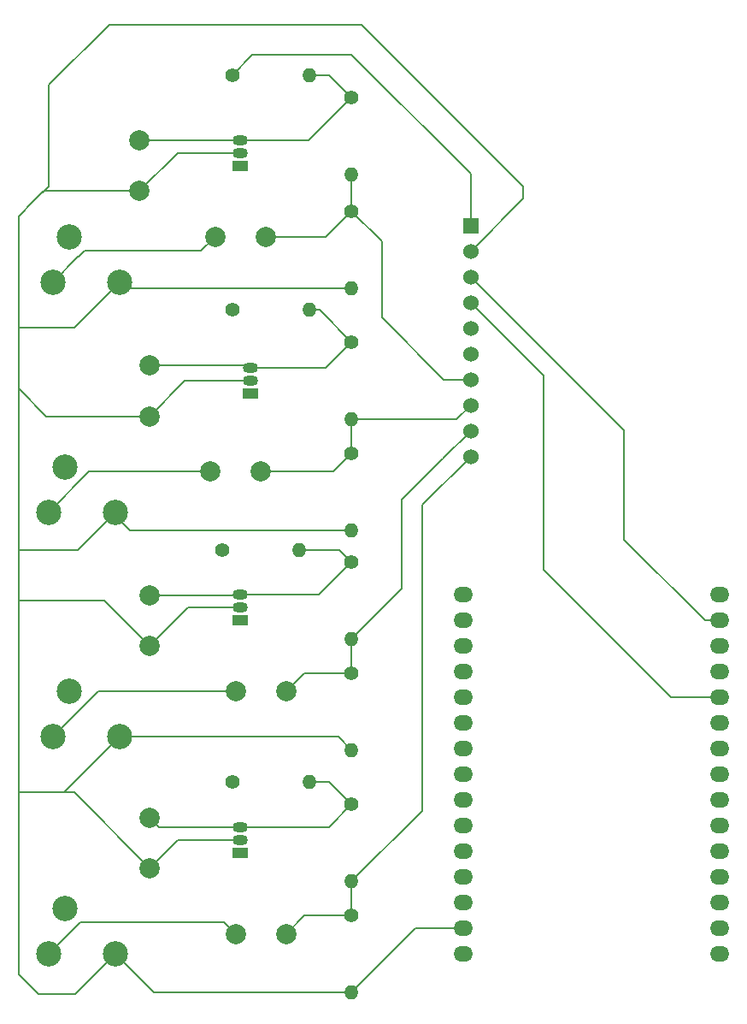
<source format=gtl>
%TF.GenerationSoftware,KiCad,Pcbnew,8.0.2*%
%TF.CreationDate,2025-12-22T10:01:20-05:00*%
%TF.ProjectId,ct4,6374342e-6b69-4636-9164-5f7063625858,rev?*%
%TF.SameCoordinates,Original*%
%TF.FileFunction,Copper,L1,Top*%
%TF.FilePolarity,Positive*%
%FSLAX46Y46*%
G04 Gerber Fmt 4.6, Leading zero omitted, Abs format (unit mm)*
G04 Created by KiCad (PCBNEW 8.0.2) date 2025-12-22 10:01:20*
%MOMM*%
%LPD*%
G01*
G04 APERTURE LIST*
%TA.AperFunction,ComponentPad*%
%ADD10C,2.500000*%
%TD*%
%TA.AperFunction,ComponentPad*%
%ADD11C,1.400000*%
%TD*%
%TA.AperFunction,ComponentPad*%
%ADD12O,1.400000X1.400000*%
%TD*%
%TA.AperFunction,ComponentPad*%
%ADD13O,1.900000X1.524000*%
%TD*%
%TA.AperFunction,ComponentPad*%
%ADD14R,1.500000X1.050000*%
%TD*%
%TA.AperFunction,ComponentPad*%
%ADD15O,1.500000X1.050000*%
%TD*%
%TA.AperFunction,ComponentPad*%
%ADD16C,2.000000*%
%TD*%
%TA.AperFunction,ComponentPad*%
%ADD17R,1.524000X1.524000*%
%TD*%
%TA.AperFunction,ComponentPad*%
%ADD18C,1.524000*%
%TD*%
%TA.AperFunction,Conductor*%
%ADD19C,0.127000*%
%TD*%
G04 APERTURE END LIST*
D10*
%TO.P,J4,R*%
%TO.N,unconnected-(J4-PadR)*%
X34990000Y-101020000D03*
%TO.P,J4,S*%
%TO.N,Net-(C8-Pad1)*%
X33390000Y-105520000D03*
%TO.P,J4,T*%
%TO.N,Net-(U1-K)*%
X39990000Y-105520000D03*
%TD*%
%TO.P,J3,R*%
%TO.N,unconnected-(J3-PadR)*%
X34600000Y-123770000D03*
%TO.P,J3,S*%
%TO.N,Net-(C6-Pad1)*%
X33000000Y-128270000D03*
%TO.P,J3,T*%
%TO.N,Net-(U1-K)*%
X39600000Y-128270000D03*
%TD*%
D11*
%TO.P,R1,1*%
%TO.N,Net-(U2-Pin_10)*%
X63000000Y-168190000D03*
D12*
%TO.P,R1,2*%
%TO.N,Net-(U1-K)*%
X63000000Y-175810000D03*
%TD*%
D13*
%TO.P,U4,1,VIN*%
%TO.N,unconnected-(U4-VIN-Pad1)*%
X74072460Y-172019813D03*
%TO.P,U4,2,GND*%
%TO.N,Net-(U1-K)*%
X74072460Y-169479813D03*
%TO.P,U4,3,GPIO13*%
%TO.N,unconnected-(U4-GPIO13-Pad3)*%
X74072460Y-166939813D03*
%TO.P,U4,4,GPIO12*%
%TO.N,unconnected-(U4-GPIO12-Pad4)*%
X74072460Y-164399813D03*
%TO.P,U4,5,GPIO14*%
%TO.N,unconnected-(U4-GPIO14-Pad5)*%
X74072460Y-161859813D03*
%TO.P,U4,6,GPIO27*%
%TO.N,unconnected-(U4-GPIO27-Pad6)*%
X74072460Y-159319813D03*
%TO.P,U4,7,GPIO26*%
%TO.N,unconnected-(U4-GPIO26-Pad7)*%
X74072460Y-156779813D03*
%TO.P,U4,8,GPIO25*%
%TO.N,unconnected-(U4-GPIO25-Pad8)*%
X74072460Y-154239813D03*
%TO.P,U4,9,GPIO33*%
%TO.N,unconnected-(U4-GPIO33-Pad9)*%
X74072460Y-151699813D03*
%TO.P,U4,10,GPIO32*%
%TO.N,unconnected-(U4-GPIO32-Pad10)*%
X74072460Y-149159813D03*
%TO.P,U4,11,GPIO35*%
%TO.N,unconnected-(U4-GPIO35-Pad11)*%
X74072460Y-146619813D03*
%TO.P,U4,12,GPIO34*%
%TO.N,unconnected-(U4-GPIO34-Pad12)*%
X74072460Y-144079813D03*
%TO.P,U4,13,GPIO39*%
%TO.N,unconnected-(U4-GPIO39-Pad13)*%
X74072460Y-141539813D03*
%TO.P,U4,14,GPIO36*%
%TO.N,unconnected-(U4-GPIO36-Pad14)*%
X74072460Y-138999813D03*
%TO.P,U4,15,EN*%
%TO.N,unconnected-(U4-EN-Pad15)*%
X74072460Y-136459813D03*
%TO.P,U4,16,3.3v*%
%TO.N,Net-(U2-Pin_1)*%
X99472460Y-172019813D03*
%TO.P,U4,17,GND*%
%TO.N,unconnected-(U4-GND-Pad17)*%
X99472460Y-169479813D03*
%TO.P,U4,18,GPIO15*%
%TO.N,unconnected-(U4-GPIO15-Pad18)*%
X99472460Y-166939813D03*
%TO.P,U4,19,GPIO2*%
%TO.N,unconnected-(U4-GPIO2-Pad19)*%
X99472460Y-164399813D03*
%TO.P,U4,20,GPIO4*%
%TO.N,unconnected-(U4-GPIO4-Pad20)*%
X99472460Y-161859813D03*
%TO.P,U4,21,GPIO16*%
%TO.N,unconnected-(U4-GPIO16-Pad21)*%
X99472460Y-159319813D03*
%TO.P,U4,22,GPIO17*%
%TO.N,unconnected-(U4-GPIO17-Pad22)*%
X99472460Y-156779813D03*
%TO.P,U4,23,GPIO5*%
%TO.N,unconnected-(U4-GPIO5-Pad23)*%
X99472460Y-154239813D03*
%TO.P,U4,24,GPIO18*%
%TO.N,unconnected-(U4-GPIO18-Pad24)*%
X99472460Y-151699813D03*
%TO.P,U4,25,GPIO19*%
%TO.N,unconnected-(U4-GPIO19-Pad25)*%
X99472460Y-149159813D03*
%TO.P,U4,26,SDA_GPIO21*%
%TO.N,Net-(U2-Pin_4)*%
X99472460Y-146619813D03*
%TO.P,U4,27,GPIO3*%
%TO.N,unconnected-(U4-GPIO3-Pad27)*%
X99472460Y-144079813D03*
%TO.P,U4,28,GPIO1*%
%TO.N,unconnected-(U4-GPIO1-Pad28)*%
X99472460Y-141539813D03*
%TO.P,U4,29,SCL_GPIO22*%
%TO.N,Net-(U2-Pin_3)*%
X99472460Y-138999813D03*
%TO.P,U4,30,GPIO23*%
%TO.N,unconnected-(U4-GPIO23-Pad30)*%
X99472460Y-136459813D03*
%TD*%
D14*
%TO.P,U1,1*%
%TO.N,N/C*%
X52000000Y-139000000D03*
D15*
%TO.P,U1,2,K*%
%TO.N,Net-(U1-K)*%
X52000000Y-137730000D03*
%TO.P,U1,3,A*%
%TO.N,Net-(U1-A)*%
X52000000Y-136460000D03*
%TD*%
D16*
%TO.P,C2,1*%
%TO.N,Net-(U1-K)*%
X43000000Y-163500000D03*
%TO.P,C2,2*%
%TO.N,Net-(U3-A)*%
X43000000Y-158500000D03*
%TD*%
%TO.P,C8,1*%
%TO.N,Net-(C8-Pad1)*%
X49500000Y-101000000D03*
%TO.P,C8,2*%
%TO.N,Net-(U2-Pin_7)*%
X54500000Y-101000000D03*
%TD*%
D11*
%TO.P,R8,1*%
%TO.N,Net-(U5-A)*%
X63000000Y-111460000D03*
D12*
%TO.P,R8,2*%
%TO.N,Net-(U2-Pin_8)*%
X63000000Y-119080000D03*
%TD*%
D14*
%TO.P,U3,1*%
%TO.N,N/C*%
X52000000Y-162000000D03*
D15*
%TO.P,U3,2,K*%
%TO.N,Net-(U1-K)*%
X52000000Y-160730000D03*
%TO.P,U3,3,A*%
%TO.N,Net-(U3-A)*%
X52000000Y-159460000D03*
%TD*%
D16*
%TO.P,C4,1*%
%TO.N,Net-(C4-Pad1)*%
X51500000Y-146000000D03*
%TO.P,C4,2*%
%TO.N,Net-(U2-Pin_9)*%
X56500000Y-146000000D03*
%TD*%
D11*
%TO.P,R12,1*%
%TO.N,Net-(U2-Pin_7)*%
X63000000Y-98460000D03*
D12*
%TO.P,R12,2*%
%TO.N,Net-(U1-K)*%
X63000000Y-106080000D03*
%TD*%
D17*
%TO.P,U2,1,Pin_1*%
%TO.N,Net-(U2-Pin_1)*%
X74800000Y-99900000D03*
D18*
%TO.P,U2,2,Pin_2*%
%TO.N,Net-(U1-K)*%
X74800000Y-102440000D03*
%TO.P,U2,3,Pin_3*%
%TO.N,Net-(U2-Pin_3)*%
X74800000Y-104980000D03*
%TO.P,U2,4,Pin_4*%
%TO.N,Net-(U2-Pin_4)*%
X74800000Y-107520000D03*
%TO.P,U2,5,Pin_5*%
%TO.N,unconnected-(U2-Pin_5-Pad5)*%
X74800000Y-110060000D03*
%TO.P,U2,6,Pin_6*%
%TO.N,unconnected-(U2-Pin_6-Pad6)*%
X74800000Y-112600000D03*
%TO.P,U2,7,Pin_7*%
%TO.N,Net-(U2-Pin_7)*%
X74800000Y-115140000D03*
%TO.P,U2,8,Pin_8*%
%TO.N,Net-(U2-Pin_8)*%
X74800000Y-117680000D03*
%TO.P,U2,9,Pin_9*%
%TO.N,Net-(U2-Pin_9)*%
X74800000Y-120220000D03*
%TO.P,U2,10,Pin_10*%
%TO.N,Net-(U2-Pin_10)*%
X74800000Y-122760000D03*
%TD*%
D11*
%TO.P,R5,1*%
%TO.N,Net-(U1-A)*%
X63000000Y-133190000D03*
D12*
%TO.P,R5,2*%
%TO.N,Net-(U2-Pin_9)*%
X63000000Y-140810000D03*
%TD*%
D11*
%TO.P,R10,1*%
%TO.N,Net-(U2-Pin_1)*%
X51190000Y-85000000D03*
D12*
%TO.P,R10,2*%
%TO.N,Net-(U6-A)*%
X58810000Y-85000000D03*
%TD*%
D14*
%TO.P,U5,1*%
%TO.N,N/C*%
X53000000Y-116540000D03*
D15*
%TO.P,U5,2,K*%
%TO.N,Net-(U1-K)*%
X53000000Y-115270000D03*
%TO.P,U5,3,A*%
%TO.N,Net-(U5-A)*%
X53000000Y-114000000D03*
%TD*%
D11*
%TO.P,R3,1*%
%TO.N,Net-(U2-Pin_1)*%
X51190000Y-155000000D03*
D12*
%TO.P,R3,2*%
%TO.N,Net-(U3-A)*%
X58810000Y-155000000D03*
%TD*%
D11*
%TO.P,R4,1*%
%TO.N,Net-(U2-Pin_1)*%
X50190000Y-132000000D03*
D12*
%TO.P,R4,2*%
%TO.N,Net-(U1-A)*%
X57810000Y-132000000D03*
%TD*%
D14*
%TO.P,U6,1*%
%TO.N,N/C*%
X52000000Y-94000000D03*
D15*
%TO.P,U6,2,K*%
%TO.N,Net-(U1-K)*%
X52000000Y-92730000D03*
%TO.P,U6,3,A*%
%TO.N,Net-(U6-A)*%
X52000000Y-91460000D03*
%TD*%
D11*
%TO.P,R7,1*%
%TO.N,Net-(U2-Pin_1)*%
X51190000Y-108270000D03*
D12*
%TO.P,R7,2*%
%TO.N,Net-(U5-A)*%
X58810000Y-108270000D03*
%TD*%
D10*
%TO.P,J2,R*%
%TO.N,unconnected-(J2-PadR)*%
X35000000Y-146000000D03*
%TO.P,J2,S*%
%TO.N,Net-(C4-Pad1)*%
X33400000Y-150500000D03*
%TO.P,J2,T*%
%TO.N,Net-(U1-K)*%
X40000000Y-150500000D03*
%TD*%
D11*
%TO.P,R6,1*%
%TO.N,Net-(U2-Pin_9)*%
X63000000Y-144190000D03*
D12*
%TO.P,R6,2*%
%TO.N,Net-(U1-K)*%
X63000000Y-151810000D03*
%TD*%
D16*
%TO.P,C6,1*%
%TO.N,Net-(C6-Pad1)*%
X49000000Y-124270000D03*
%TO.P,C6,2*%
%TO.N,Net-(U2-Pin_8)*%
X54000000Y-124270000D03*
%TD*%
D11*
%TO.P,R11,1*%
%TO.N,Net-(U6-A)*%
X63000000Y-87190000D03*
D12*
%TO.P,R11,2*%
%TO.N,Net-(U2-Pin_7)*%
X63000000Y-94810000D03*
%TD*%
D16*
%TO.P,C7,1*%
%TO.N,Net-(U1-K)*%
X42000000Y-96500000D03*
%TO.P,C7,2*%
%TO.N,Net-(U6-A)*%
X42000000Y-91500000D03*
%TD*%
%TO.P,C5,1*%
%TO.N,Net-(U1-K)*%
X43000000Y-118770000D03*
%TO.P,C5,2*%
%TO.N,Net-(U5-A)*%
X43000000Y-113770000D03*
%TD*%
D10*
%TO.P,J1,R*%
%TO.N,unconnected-(J1-PadR)*%
X34600000Y-167500000D03*
%TO.P,J1,S*%
%TO.N,Net-(C1-Pad1)*%
X33000000Y-172000000D03*
%TO.P,J1,T*%
%TO.N,Net-(U1-K)*%
X39600000Y-172000000D03*
%TD*%
D11*
%TO.P,R2,1*%
%TO.N,Net-(U3-A)*%
X63000000Y-157190000D03*
D12*
%TO.P,R2,2*%
%TO.N,Net-(U2-Pin_10)*%
X63000000Y-164810000D03*
%TD*%
D11*
%TO.P,R9,1*%
%TO.N,Net-(U2-Pin_8)*%
X63000000Y-122460000D03*
D12*
%TO.P,R9,2*%
%TO.N,Net-(U1-K)*%
X63000000Y-130080000D03*
%TD*%
D16*
%TO.P,C1,1*%
%TO.N,Net-(C1-Pad1)*%
X51500000Y-170000000D03*
%TO.P,C1,2*%
%TO.N,Net-(U2-Pin_10)*%
X56500000Y-170000000D03*
%TD*%
%TO.P,C3,1*%
%TO.N,Net-(U1-K)*%
X43000000Y-141500000D03*
%TO.P,C3,2*%
%TO.N,Net-(U1-A)*%
X43000000Y-136500000D03*
%TD*%
D19*
%TO.N,Net-(C1-Pad1)*%
X51500000Y-170000000D02*
X50386500Y-168886500D01*
X36113500Y-168886500D02*
X33000000Y-172000000D01*
X50386500Y-168886500D02*
X36113500Y-168886500D01*
%TO.N,Net-(U2-Pin_10)*%
X58310000Y-168190000D02*
X63000000Y-168190000D01*
X70000000Y-157810000D02*
X70000000Y-127560000D01*
X56500000Y-170000000D02*
X58310000Y-168190000D01*
X63000000Y-164810000D02*
X70000000Y-157810000D01*
X63000000Y-168190000D02*
X63000000Y-164810000D01*
X70000000Y-127560000D02*
X74800000Y-122760000D01*
%TO.N,Net-(U1-A)*%
X51540000Y-136460000D02*
X51500000Y-136500000D01*
X59730000Y-136460000D02*
X63000000Y-133190000D01*
X61810000Y-132000000D02*
X57810000Y-132000000D01*
X51500000Y-136500000D02*
X43000000Y-136500000D01*
X52000000Y-136460000D02*
X51540000Y-136460000D01*
X52000000Y-136460000D02*
X59730000Y-136460000D01*
X63000000Y-133190000D02*
X61810000Y-132000000D01*
%TO.N,Net-(U1-K)*%
X45770000Y-160730000D02*
X43000000Y-163500000D01*
X39990000Y-105520000D02*
X35510000Y-110000000D01*
X33000000Y-86000000D02*
X33000000Y-96000000D01*
X52000000Y-137730000D02*
X46770000Y-137730000D01*
X40550000Y-106080000D02*
X39990000Y-105520000D01*
X33000000Y-156000000D02*
X30000000Y-156000000D01*
X39000000Y-80000000D02*
X33000000Y-86000000D01*
X30000000Y-132000000D02*
X30000000Y-116000000D01*
X41080000Y-130080000D02*
X39600000Y-128600000D01*
X46500000Y-115270000D02*
X43000000Y-118770000D01*
X35870000Y-132000000D02*
X30000000Y-132000000D01*
X63000000Y-175810000D02*
X43410000Y-175810000D01*
X69330187Y-169479813D02*
X63000000Y-175810000D01*
X33000000Y-96000000D02*
X31500000Y-97500000D01*
X52000000Y-92730000D02*
X45770000Y-92730000D01*
X80000000Y-97240000D02*
X80000000Y-96000000D01*
X63000000Y-130080000D02*
X41080000Y-130080000D01*
X43000000Y-118770000D02*
X32770000Y-118770000D01*
X30000000Y-137000000D02*
X30000000Y-156000000D01*
X39600000Y-128600000D02*
X39600000Y-128270000D01*
X30000000Y-116000000D02*
X30000000Y-110000000D01*
X53000000Y-115270000D02*
X46500000Y-115270000D01*
X30000000Y-156000000D02*
X30000000Y-174000000D01*
X35500000Y-156000000D02*
X33000000Y-156000000D01*
X43000000Y-163500000D02*
X35500000Y-156000000D01*
X30000000Y-99000000D02*
X31500000Y-97500000D01*
X63000000Y-106080000D02*
X40550000Y-106080000D01*
X35600000Y-176000000D02*
X39600000Y-172000000D01*
X32500000Y-96500000D02*
X42000000Y-96500000D01*
X39600000Y-128270000D02*
X35870000Y-132000000D01*
X74072460Y-169479813D02*
X69330187Y-169479813D01*
X30000000Y-132000000D02*
X30000000Y-137000000D01*
X45770000Y-92730000D02*
X42000000Y-96500000D01*
X30000000Y-174000000D02*
X32000000Y-176000000D01*
X52000000Y-160730000D02*
X45770000Y-160730000D01*
X46770000Y-137730000D02*
X43000000Y-141500000D01*
X74800000Y-102440000D02*
X80000000Y-97240000D01*
X61690000Y-150500000D02*
X40000000Y-150500000D01*
X43000000Y-141500000D02*
X38500000Y-137000000D01*
X43410000Y-175810000D02*
X39600000Y-172000000D01*
X32000000Y-176000000D02*
X35600000Y-176000000D01*
X35510000Y-110000000D02*
X30000000Y-110000000D01*
X30000000Y-110000000D02*
X30000000Y-99000000D01*
X38500000Y-137000000D02*
X30000000Y-137000000D01*
X34500000Y-156000000D02*
X33000000Y-156000000D01*
X80000000Y-96000000D02*
X64000000Y-80000000D01*
X63000000Y-151810000D02*
X61690000Y-150500000D01*
X31500000Y-97500000D02*
X32500000Y-96500000D01*
X32770000Y-118770000D02*
X30000000Y-116000000D01*
X64000000Y-80000000D02*
X39000000Y-80000000D01*
X40000000Y-150500000D02*
X34500000Y-156000000D01*
%TO.N,Net-(U2-Pin_9)*%
X58310000Y-144190000D02*
X63000000Y-144190000D01*
X68000000Y-135810000D02*
X68000000Y-127000000D01*
X63000000Y-140810000D02*
X68000000Y-135810000D01*
X68000000Y-127000000D02*
X72000000Y-123000000D01*
X56500000Y-146000000D02*
X58310000Y-144190000D01*
X72020000Y-123000000D02*
X74800000Y-120220000D01*
X72000000Y-123000000D02*
X72020000Y-123000000D01*
X63000000Y-144190000D02*
X63000000Y-140810000D01*
%TO.N,Net-(C4-Pad1)*%
X51500000Y-146000000D02*
X37900000Y-146000000D01*
X37900000Y-146000000D02*
X33400000Y-150500000D01*
%TO.N,Net-(C6-Pad1)*%
X33000000Y-128270000D02*
X37000000Y-124270000D01*
X37000000Y-124270000D02*
X49000000Y-124270000D01*
%TO.N,Net-(U2-Pin_8)*%
X63000000Y-119080000D02*
X73400000Y-119080000D01*
X54000000Y-124270000D02*
X61190000Y-124270000D01*
X61190000Y-124270000D02*
X63000000Y-122460000D01*
X73400000Y-119080000D02*
X74800000Y-117680000D01*
X63000000Y-122460000D02*
X63000000Y-119080000D01*
%TO.N,Net-(C8-Pad1)*%
X35910000Y-103000000D02*
X36000000Y-103000000D01*
X36593500Y-102406500D02*
X48093500Y-102406500D01*
X36000000Y-103000000D02*
X36593500Y-102406500D01*
X33390000Y-105520000D02*
X35910000Y-103000000D01*
X48093500Y-102406500D02*
X49500000Y-101000000D01*
%TO.N,Net-(U2-Pin_7)*%
X72140000Y-115140000D02*
X66000000Y-109000000D01*
X60460000Y-101000000D02*
X63000000Y-98460000D01*
X66000000Y-109000000D02*
X66000000Y-101460000D01*
X54500000Y-101000000D02*
X60460000Y-101000000D01*
X63000000Y-98460000D02*
X63000000Y-94810000D01*
X74800000Y-115140000D02*
X72140000Y-115140000D01*
X66000000Y-101460000D02*
X63000000Y-98460000D01*
%TO.N,Net-(U2-Pin_4)*%
X82000000Y-114720000D02*
X82000000Y-134000000D01*
X94619813Y-146619813D02*
X99472460Y-146619813D01*
X74800000Y-107520000D02*
X82000000Y-114720000D01*
X82000000Y-134000000D02*
X94619813Y-146619813D01*
%TO.N,Net-(U2-Pin_3)*%
X90000000Y-120180000D02*
X74800000Y-104980000D01*
X97999813Y-138999813D02*
X90000000Y-131000000D01*
X90000000Y-131000000D02*
X90000000Y-120180000D01*
X99472460Y-138999813D02*
X97999813Y-138999813D01*
%TO.N,Net-(U3-A)*%
X60730000Y-159460000D02*
X63000000Y-157190000D01*
X63000000Y-157190000D02*
X60810000Y-155000000D01*
X43960000Y-159460000D02*
X43000000Y-158500000D01*
X52000000Y-159460000D02*
X60730000Y-159460000D01*
X60810000Y-155000000D02*
X58810000Y-155000000D01*
X52000000Y-159460000D02*
X43960000Y-159460000D01*
%TO.N,Net-(U5-A)*%
X63000000Y-111460000D02*
X60460000Y-114000000D01*
X59810000Y-108270000D02*
X58810000Y-108270000D01*
X52770000Y-113770000D02*
X53000000Y-114000000D01*
X60460000Y-114000000D02*
X53000000Y-114000000D01*
X63000000Y-111460000D02*
X59810000Y-108270000D01*
X43000000Y-113770000D02*
X52770000Y-113770000D01*
%TO.N,Net-(U6-A)*%
X63000000Y-87190000D02*
X60810000Y-85000000D01*
X42040000Y-91460000D02*
X42000000Y-91500000D01*
X58730000Y-91460000D02*
X63000000Y-87190000D01*
X60810000Y-85000000D02*
X58810000Y-85000000D01*
X52000000Y-91460000D02*
X42040000Y-91460000D01*
X52000000Y-91460000D02*
X58730000Y-91460000D01*
%TO.N,Net-(U2-Pin_1)*%
X53190000Y-83000000D02*
X51190000Y-85000000D01*
X74800000Y-94800000D02*
X63000000Y-83000000D01*
X74800000Y-99900000D02*
X74800000Y-94800000D01*
X63000000Y-83000000D02*
X53190000Y-83000000D01*
%TD*%
M02*

</source>
